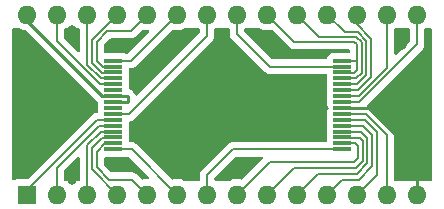
<source format=gbr>
%TF.GenerationSoftware,KiCad,Pcbnew,9.0.6*%
%TF.CreationDate,2026-01-11T12:01:31+09:00*%
%TF.ProjectId,EEPtoMASK_ROM1Mbit,45455074-6f4d-4415-934b-5f524f4d314d,rev?*%
%TF.SameCoordinates,Original*%
%TF.FileFunction,Copper,L1,Top*%
%TF.FilePolarity,Positive*%
%FSLAX46Y46*%
G04 Gerber Fmt 4.6, Leading zero omitted, Abs format (unit mm)*
G04 Created by KiCad (PCBNEW 9.0.6) date 2026-01-11 12:01:31*
%MOMM*%
%LPD*%
G01*
G04 APERTURE LIST*
G04 Aperture macros list*
%AMRoundRect*
0 Rectangle with rounded corners*
0 $1 Rounding radius*
0 $2 $3 $4 $5 $6 $7 $8 $9 X,Y pos of 4 corners*
0 Add a 4 corners polygon primitive as box body*
4,1,4,$2,$3,$4,$5,$6,$7,$8,$9,$2,$3,0*
0 Add four circle primitives for the rounded corners*
1,1,$1+$1,$2,$3*
1,1,$1+$1,$4,$5*
1,1,$1+$1,$6,$7*
1,1,$1+$1,$8,$9*
0 Add four rect primitives between the rounded corners*
20,1,$1+$1,$2,$3,$4,$5,0*
20,1,$1+$1,$4,$5,$6,$7,0*
20,1,$1+$1,$6,$7,$8,$9,0*
20,1,$1+$1,$8,$9,$2,$3,0*%
G04 Aperture macros list end*
%TA.AperFunction,ComponentPad*%
%ADD10R,1.600000X1.600000*%
%TD*%
%TA.AperFunction,ComponentPad*%
%ADD11O,1.600000X1.600000*%
%TD*%
%TA.AperFunction,SMDPad,CuDef*%
%ADD12RoundRect,0.075000X-0.712500X-0.075000X0.712500X-0.075000X0.712500X0.075000X-0.712500X0.075000X0*%
%TD*%
%TA.AperFunction,ViaPad*%
%ADD13C,0.800000*%
%TD*%
%TA.AperFunction,Conductor*%
%ADD14C,0.200000*%
%TD*%
%TA.AperFunction,Conductor*%
%ADD15C,0.250000*%
%TD*%
%TA.AperFunction,Conductor*%
%ADD16C,0.300000*%
%TD*%
G04 APERTURE END LIST*
D10*
%TO.P,J1,1,Pin_1*%
%TO.N,MASK_A15*%
X41910000Y-36830000D03*
D11*
%TO.P,J1,2,Pin_2*%
%TO.N,MASK_A12*%
X44450000Y-36830000D03*
%TO.P,J1,3,Pin_3*%
%TO.N,MASK_A7*%
X46990000Y-36830000D03*
%TO.P,J1,4,Pin_4*%
%TO.N,MASK_A6*%
X49530000Y-36830000D03*
%TO.P,J1,5,Pin_5*%
%TO.N,MASK_A5*%
X52070000Y-36830000D03*
%TO.P,J1,6,Pin_6*%
%TO.N,MASK_A4*%
X54610000Y-36830000D03*
%TO.P,J1,7,Pin_7*%
%TO.N,MASK_A3*%
X57150000Y-36830000D03*
%TO.P,J1,8,Pin_8*%
%TO.N,MASK_A2*%
X59690000Y-36830000D03*
%TO.P,J1,9,Pin_9*%
%TO.N,MASK_A1*%
X62230000Y-36830000D03*
%TO.P,J1,10,Pin_10*%
%TO.N,MASK_A0*%
X64770000Y-36830000D03*
%TO.P,J1,11,Pin_11*%
%TO.N,MASK_D0*%
X67310000Y-36830000D03*
%TO.P,J1,12,Pin_12*%
%TO.N,MASK_D1*%
X69850000Y-36830000D03*
%TO.P,J1,13,Pin_13*%
%TO.N,MASK_D2*%
X72390000Y-36830000D03*
%TO.P,J1,14,Pin_14*%
%TO.N,GND*%
X74930000Y-36830000D03*
%TO.P,J1,15,Pin_15*%
%TO.N,MASK_D3*%
X74930000Y-21590000D03*
%TO.P,J1,16,Pin_16*%
%TO.N,MASK_D4*%
X72390000Y-21590000D03*
%TO.P,J1,17,Pin_17*%
%TO.N,MASK_D5*%
X69850000Y-21590000D03*
%TO.P,J1,18,Pin_18*%
%TO.N,MASK_D6*%
X67310000Y-21590000D03*
%TO.P,J1,19,Pin_19*%
%TO.N,MASK_D7*%
X64770000Y-21590000D03*
%TO.P,J1,20,Pin_20*%
%TO.N,MASK_CE*%
X62230000Y-21590000D03*
%TO.P,J1,21,Pin_21*%
%TO.N,MASK_A10*%
X59690000Y-21590000D03*
%TO.P,J1,22,Pin_22*%
%TO.N,MASK_A16*%
X57150000Y-21590000D03*
%TO.P,J1,23,Pin_23*%
%TO.N,MASK_A11*%
X54610000Y-21590000D03*
%TO.P,J1,24,Pin_24*%
%TO.N,MASK_A9*%
X52070000Y-21590000D03*
%TO.P,J1,25,Pin_25*%
%TO.N,MASK_A8*%
X49530000Y-21590000D03*
%TO.P,J1,26,Pin_26*%
%TO.N,MASK_A13*%
X46990000Y-21590000D03*
%TO.P,J1,27,Pin_27*%
%TO.N,MASK_A14*%
X44450000Y-21590000D03*
%TO.P,J1,28,Pin_28*%
%TO.N,+5V*%
X41910000Y-21590000D03*
%TD*%
D12*
%TO.P,U1,1,A11*%
%TO.N,MASK_A11*%
X49225000Y-25490000D03*
%TO.P,U1,2,A9*%
%TO.N,MASK_A9*%
X49225000Y-25990000D03*
%TO.P,U1,3,A8*%
%TO.N,MASK_A8*%
X49225000Y-26490000D03*
%TO.P,U1,4,A13*%
%TO.N,MASK_A13*%
X49225000Y-26990000D03*
%TO.P,U1,5,A14*%
%TO.N,MASK_A14*%
X49225000Y-27490000D03*
%TO.P,U1,6*%
%TO.N,N/C*%
X49225000Y-27990000D03*
%TO.P,U1,7,/WE*%
%TO.N,+5V*%
X49225000Y-28490000D03*
%TO.P,U1,8,VCC*%
X49225000Y-28990000D03*
%TO.P,U1,9,NC*%
%TO.N,unconnected-(U1-NC-Pad9)*%
X49225000Y-29490000D03*
%TO.P,U1,10,A16*%
%TO.N,MASK_A16*%
X49225000Y-29990000D03*
%TO.P,U1,11,A15*%
%TO.N,MASK_A15*%
X49225000Y-30490000D03*
%TO.P,U1,12,A12*%
%TO.N,MASK_A12*%
X49225000Y-30990000D03*
%TO.P,U1,13,A7*%
%TO.N,MASK_A7*%
X49225000Y-31490000D03*
%TO.P,U1,14,A6*%
%TO.N,MASK_A6*%
X49225000Y-31990000D03*
%TO.P,U1,15,A5*%
%TO.N,MASK_A5*%
X49225000Y-32490000D03*
%TO.P,U1,16,A4*%
%TO.N,MASK_A4*%
X49225000Y-32990000D03*
%TO.P,U1,17,A3*%
%TO.N,MASK_A3*%
X68600000Y-32990000D03*
%TO.P,U1,18,A2*%
%TO.N,MASK_A2*%
X68600000Y-32490000D03*
%TO.P,U1,19,A1*%
%TO.N,MASK_A1*%
X68600000Y-31990000D03*
%TO.P,U1,20,A0*%
%TO.N,MASK_A0*%
X68600000Y-31490000D03*
%TO.P,U1,21,I/O0*%
%TO.N,MASK_D0*%
X68600000Y-30990000D03*
%TO.P,U1,22,I/O1*%
%TO.N,MASK_D1*%
X68600000Y-30490000D03*
%TO.P,U1,23,I/O2*%
%TO.N,MASK_D2*%
X68600000Y-29990000D03*
%TO.P,U1,24,GND*%
%TO.N,GND*%
X68600000Y-29490000D03*
%TO.P,U1,25,I/O3*%
%TO.N,MASK_D3*%
X68600000Y-28990000D03*
%TO.P,U1,26,I/O4*%
%TO.N,MASK_D4*%
X68600000Y-28490000D03*
%TO.P,U1,27,I/O5*%
%TO.N,MASK_D5*%
X68600000Y-27990000D03*
%TO.P,U1,28,I/O6*%
%TO.N,MASK_D6*%
X68600000Y-27490000D03*
%TO.P,U1,29,I/O7*%
%TO.N,MASK_D7*%
X68600000Y-26990000D03*
%TO.P,U1,30,/CE*%
%TO.N,MASK_CE*%
X68600000Y-26490000D03*
%TO.P,U1,31,A10*%
%TO.N,MASK_A10*%
X68600000Y-25990000D03*
%TO.P,U1,32,/OE*%
%TO.N,MASK_CE*%
X68600000Y-25490000D03*
%TD*%
D13*
%TO.N,GND*%
X52070000Y-31750000D03*
X52070000Y-26670000D03*
X59690000Y-34290000D03*
X54610000Y-24130000D03*
X54610000Y-34290000D03*
X58420000Y-29210000D03*
X45720000Y-35560000D03*
X54610000Y-29210000D03*
X62230000Y-24130000D03*
X41910000Y-29210000D03*
X41910000Y-24130000D03*
X73660000Y-24130000D03*
X58420000Y-31750000D03*
X41910000Y-34290000D03*
X45720000Y-29210000D03*
X45720000Y-22860000D03*
X58420000Y-26670000D03*
X49530000Y-34290000D03*
X66880000Y-29200000D03*
X74930000Y-29210000D03*
X49530000Y-24130000D03*
X62230000Y-29210000D03*
%TD*%
D14*
%TO.N,MASK_A15*%
X47859000Y-30500000D02*
X49312500Y-30500000D01*
X41910000Y-36830000D02*
X41910000Y-36449000D01*
X41910000Y-36449000D02*
X47859000Y-30500000D01*
%TO.N,MASK_A12*%
X44450000Y-36830000D02*
X44450000Y-34544000D01*
X47994000Y-31000000D02*
X49312500Y-31000000D01*
X44450000Y-34544000D02*
X47994000Y-31000000D01*
%TO.N,MASK_A7*%
X46990000Y-32639000D02*
X48129000Y-31500000D01*
X48129000Y-31500000D02*
X49312500Y-31500000D01*
X46990000Y-36830000D02*
X46990000Y-32639000D01*
%TO.N,MASK_A6*%
X47390000Y-34690000D02*
X47390000Y-32874000D01*
X49530000Y-36830000D02*
X47390000Y-34690000D01*
X48264000Y-32000000D02*
X49312500Y-32000000D01*
X47390000Y-32874000D02*
X48264000Y-32000000D01*
%TO.N,MASK_A5*%
X48494670Y-32500000D02*
X49312500Y-32500000D01*
X52070000Y-36830000D02*
X50800000Y-35560000D01*
X47790000Y-34524314D02*
X47790000Y-33204670D01*
X48825686Y-35560000D02*
X47790000Y-34524314D01*
X47790000Y-33204670D02*
X48494670Y-32500000D01*
X50800000Y-35560000D02*
X48825686Y-35560000D01*
%TO.N,MASK_A4*%
X54610000Y-36830000D02*
X50780000Y-33000000D01*
X50780000Y-33000000D02*
X49312500Y-33000000D01*
%TO.N,MASK_A3*%
X59329000Y-33000000D02*
X68687500Y-33000000D01*
X57150000Y-35179000D02*
X59329000Y-33000000D01*
X57150000Y-36830000D02*
X57150000Y-35179000D01*
%TO.N,MASK_A2*%
X59690000Y-36830000D02*
X62484000Y-34036000D01*
X69920000Y-32709000D02*
X69711000Y-32500000D01*
X69596000Y-34036000D02*
X69920000Y-33712000D01*
X62484000Y-34036000D02*
X69596000Y-34036000D01*
X69711000Y-32500000D02*
X68687500Y-32500000D01*
X69920000Y-33712000D02*
X69920000Y-32709000D01*
%TO.N,MASK_A1*%
X69723000Y-34544000D02*
X70320000Y-33947000D01*
X70062000Y-32000000D02*
X68687500Y-32000000D01*
X62230000Y-36830000D02*
X64516000Y-34544000D01*
X70320000Y-33947000D02*
X70320000Y-32258000D01*
X64516000Y-34544000D02*
X69723000Y-34544000D01*
X70320000Y-32258000D02*
X70062000Y-32000000D01*
%TO.N,MASK_A0*%
X70720000Y-34182000D02*
X70720000Y-32004000D01*
X70216000Y-31500000D02*
X68687500Y-31500000D01*
X64770000Y-36830000D02*
X66548000Y-35052000D01*
X69850000Y-35052000D02*
X70720000Y-34182000D01*
X70720000Y-32004000D02*
X70216000Y-31500000D01*
X66548000Y-35052000D02*
X69850000Y-35052000D01*
%TO.N,MASK_D0*%
X71120000Y-31750000D02*
X70370000Y-31000000D01*
X71120000Y-34417000D02*
X71120000Y-31750000D01*
X69977000Y-35560000D02*
X71120000Y-34417000D01*
X67310000Y-36830000D02*
X68580000Y-35560000D01*
X68580000Y-35560000D02*
X69977000Y-35560000D01*
X70370000Y-31000000D02*
X68687500Y-31000000D01*
%TO.N,MASK_D1*%
X71520000Y-35160000D02*
X71520000Y-31520000D01*
X69850000Y-36830000D02*
X71520000Y-35160000D01*
X71520000Y-31520000D02*
X70500000Y-30500000D01*
X70500000Y-30500000D02*
X68687500Y-30500000D01*
%TO.N,MASK_D2*%
X70565686Y-30000000D02*
X68687500Y-30000000D01*
X72390000Y-31824314D02*
X70565686Y-30000000D01*
X72390000Y-36830000D02*
X72390000Y-31824314D01*
D15*
%TO.N,GND*%
X70902000Y-29500000D02*
X68687500Y-29500000D01*
X74930000Y-36830000D02*
X74930000Y-33528000D01*
X74930000Y-33528000D02*
X70902000Y-29500000D01*
D14*
%TO.N,MASK_D3*%
X74930000Y-21590000D02*
X74930000Y-24111486D01*
X70041486Y-29000000D02*
X68687500Y-29000000D01*
X74930000Y-24111486D02*
X70041486Y-29000000D01*
%TO.N,MASK_D4*%
X72390000Y-21590000D02*
X72390000Y-26085800D01*
X72390000Y-26085800D02*
X69975800Y-28500000D01*
X69975800Y-28500000D02*
X68687500Y-28500000D01*
%TO.N,MASK_D5*%
X69850000Y-22428200D02*
X71039000Y-23617200D01*
X71039000Y-23617200D02*
X71039000Y-26866371D01*
X71039000Y-26866371D02*
X69905371Y-28000000D01*
X69850000Y-21590000D02*
X69850000Y-22428200D01*
X69905371Y-28000000D02*
X68687500Y-28000000D01*
%TO.N,MASK_D6*%
X68796000Y-23076000D02*
X69927372Y-23076000D01*
X67310000Y-21590000D02*
X68796000Y-23076000D01*
X69839686Y-27500000D02*
X68687500Y-27500000D01*
X69927372Y-23076000D02*
X70639000Y-23787629D01*
X70639000Y-26700685D02*
X69839686Y-27500000D01*
X70639000Y-23787629D02*
X70639000Y-26700685D01*
%TO.N,MASK_D7*%
X69774000Y-27000000D02*
X68687500Y-27000000D01*
X70239000Y-23953314D02*
X70239000Y-26535000D01*
X69761686Y-23476000D02*
X70239000Y-23953314D01*
X64770000Y-21590000D02*
X66656000Y-23476000D01*
X66656000Y-23476000D02*
X69761686Y-23476000D01*
X70239000Y-26535000D02*
X69774000Y-27000000D01*
%TO.N,MASK_CE*%
X69839000Y-25500000D02*
X69839000Y-26278000D01*
X64516000Y-23876000D02*
X69596000Y-23876000D01*
X69839000Y-24119000D02*
X69839000Y-25500000D01*
X69596000Y-23876000D02*
X69839000Y-24119000D01*
X69839000Y-25500000D02*
X68687500Y-25500000D01*
X62230000Y-21590000D02*
X64516000Y-23876000D01*
X69617000Y-26500000D02*
X68687500Y-26500000D01*
X69839000Y-26278000D02*
X69617000Y-26500000D01*
%TO.N,MASK_A10*%
X62449000Y-26000000D02*
X68687500Y-26000000D01*
X59690000Y-21590000D02*
X59690000Y-23241000D01*
X59690000Y-23241000D02*
X62449000Y-26000000D01*
%TO.N,MASK_A16*%
X57150000Y-21590000D02*
X57150000Y-23368000D01*
X50518000Y-30000000D02*
X49312500Y-30000000D01*
X57150000Y-23368000D02*
X50518000Y-30000000D01*
%TO.N,MASK_A11*%
X50700000Y-25500000D02*
X49312500Y-25500000D01*
X54610000Y-21590000D02*
X50700000Y-25500000D01*
%TO.N,MASK_A9*%
X47790000Y-23895686D02*
X48698686Y-22987000D01*
X49225000Y-26010000D02*
X48301372Y-26010000D01*
X47790000Y-25498628D02*
X47790000Y-23895686D01*
X48301372Y-26010000D02*
X47790000Y-25498628D01*
X48698686Y-22987000D02*
X50673000Y-22987000D01*
X50673000Y-22987000D02*
X52070000Y-21590000D01*
%TO.N,MASK_A8*%
X47390000Y-25664314D02*
X48235686Y-26510000D01*
X48235686Y-26510000D02*
X49225000Y-26510000D01*
X47390000Y-23730000D02*
X47390000Y-25664314D01*
X49530000Y-21590000D02*
X47390000Y-23730000D01*
%TO.N,MASK_A13*%
X48160000Y-27000000D02*
X46990000Y-25830000D01*
X49312500Y-27000000D02*
X48160000Y-27000000D01*
X46990000Y-25830000D02*
X46990000Y-21590000D01*
%TO.N,MASK_A14*%
X49312500Y-27500000D02*
X48094314Y-27500000D01*
X44450000Y-23855686D02*
X44450000Y-21590000D01*
X48094314Y-27500000D02*
X44450000Y-23855686D01*
D15*
%TO.N,+5V*%
X48286600Y-28500000D02*
X49312500Y-28500000D01*
X50420000Y-28510000D02*
X50420000Y-29000000D01*
X41910000Y-22123400D02*
X48286600Y-28500000D01*
X49225000Y-28510000D02*
X50420000Y-28510000D01*
X41910000Y-21590000D02*
X41910000Y-22123400D01*
D16*
X49235000Y-29000000D02*
X49225000Y-29010000D01*
D15*
X50420000Y-29000000D02*
X49235000Y-29000000D01*
%TD*%
%TA.AperFunction,Conductor*%
%TO.N,GND*%
G36*
X46299532Y-33659183D02*
G01*
X46356368Y-33701730D01*
X46381179Y-33768250D01*
X46381500Y-33777239D01*
X46381500Y-35561000D01*
X46361498Y-35629121D01*
X46307842Y-35675614D01*
X46255500Y-35687000D01*
X45184500Y-35687000D01*
X45116379Y-35666998D01*
X45069886Y-35613342D01*
X45058500Y-35561000D01*
X45058500Y-34848239D01*
X45078502Y-34780118D01*
X45095405Y-34759144D01*
X46166405Y-33688144D01*
X46228717Y-33654118D01*
X46299532Y-33659183D01*
G37*
%TD.AperFunction*%
%TA.AperFunction,Conductor*%
G36*
X59023621Y-22753002D02*
G01*
X59070114Y-22806658D01*
X59081500Y-22859000D01*
X59081500Y-23321111D01*
X59099712Y-23389078D01*
X59100072Y-23390422D01*
X59100077Y-23390442D01*
X59122967Y-23475870D01*
X59122970Y-23475877D01*
X59203075Y-23614623D01*
X59203083Y-23614633D01*
X62075365Y-26486915D01*
X62075370Y-26486919D01*
X62075372Y-26486921D01*
X62214127Y-26567032D01*
X62291508Y-26587766D01*
X62368889Y-26608500D01*
X62368890Y-26608500D01*
X62529110Y-26608500D01*
X67194193Y-26608500D01*
X67194942Y-26608720D01*
X67195694Y-26608509D01*
X67228944Y-26618703D01*
X67262314Y-26628502D01*
X67262825Y-26629092D01*
X67263572Y-26629321D01*
X67286027Y-26655869D01*
X67308807Y-26682158D01*
X67309086Y-26683129D01*
X67309422Y-26683527D01*
X67319115Y-26718056D01*
X67319839Y-26723556D01*
X67319839Y-26756446D01*
X67304000Y-26876753D01*
X67304000Y-27103246D01*
X67319839Y-27223554D01*
X67319839Y-27256446D01*
X67304000Y-27376753D01*
X67304000Y-27603246D01*
X67319839Y-27723554D01*
X67319839Y-27756446D01*
X67304000Y-27876753D01*
X67304000Y-28103246D01*
X67319839Y-28223554D01*
X67319839Y-28256446D01*
X67304000Y-28376753D01*
X67304000Y-28603246D01*
X67319839Y-28723554D01*
X67319839Y-28756446D01*
X67304000Y-28876753D01*
X67304000Y-29103246D01*
X67317521Y-29205951D01*
X67317521Y-29205953D01*
X67319019Y-29217324D01*
X67377814Y-29359268D01*
X67409080Y-29400015D01*
X67409082Y-29400018D01*
X67419271Y-29413296D01*
X67444872Y-29479516D01*
X67430608Y-29549065D01*
X67419271Y-29566704D01*
X67400855Y-29590704D01*
X67343517Y-29632571D01*
X67310868Y-29638261D01*
X67309343Y-29640000D01*
X67320091Y-29721638D01*
X67320091Y-29754531D01*
X67304000Y-29876753D01*
X67304000Y-30103246D01*
X67319839Y-30223554D01*
X67319839Y-30256446D01*
X67304000Y-30376753D01*
X67304000Y-30603246D01*
X67319839Y-30723554D01*
X67319839Y-30756446D01*
X67304000Y-30876753D01*
X67304000Y-31103246D01*
X67319839Y-31223554D01*
X67319839Y-31256446D01*
X67304000Y-31376753D01*
X67304000Y-31603246D01*
X67319839Y-31723554D01*
X67319839Y-31756446D01*
X67304000Y-31876753D01*
X67304000Y-32103246D01*
X67319839Y-32223554D01*
X67319839Y-32256446D01*
X67316482Y-32281946D01*
X67287760Y-32346873D01*
X67228495Y-32385965D01*
X67191560Y-32391500D01*
X59248888Y-32391500D01*
X59171508Y-32412233D01*
X59171508Y-32412234D01*
X59094131Y-32432967D01*
X59094127Y-32432968D01*
X59094122Y-32432970D01*
X58955375Y-32513076D01*
X58955365Y-32513084D01*
X56663083Y-34805366D01*
X56663075Y-34805376D01*
X56582967Y-34944128D01*
X56575528Y-34971887D01*
X56575529Y-34971888D01*
X56541500Y-35098888D01*
X56541500Y-35561000D01*
X56521498Y-35629121D01*
X56467842Y-35675614D01*
X56415500Y-35687000D01*
X55279204Y-35687000D01*
X55222001Y-35673267D01*
X55218498Y-35671482D01*
X55112290Y-35617366D01*
X55112287Y-35617365D01*
X55112285Y-35617364D01*
X54916412Y-35553721D01*
X54916410Y-35553720D01*
X54916408Y-35553720D01*
X54712981Y-35521500D01*
X54507019Y-35521500D01*
X54303592Y-35553720D01*
X54303586Y-35553721D01*
X54294512Y-35556670D01*
X54223545Y-35558698D01*
X54166481Y-35525932D01*
X51153633Y-32513083D01*
X51153623Y-32513075D01*
X51014877Y-32432970D01*
X51014874Y-32432969D01*
X51014873Y-32432968D01*
X51014871Y-32432967D01*
X51014870Y-32432967D01*
X50937491Y-32412234D01*
X50937487Y-32412233D01*
X50860111Y-32391500D01*
X50860109Y-32391500D01*
X50633440Y-32391500D01*
X50632693Y-32391280D01*
X50631945Y-32391491D01*
X50598705Y-32381301D01*
X50565319Y-32371498D01*
X50564809Y-32370909D01*
X50564066Y-32370682D01*
X50541594Y-32344118D01*
X50518826Y-32317842D01*
X50518548Y-32316875D01*
X50518213Y-32316479D01*
X50508518Y-32281950D01*
X50505981Y-32262676D01*
X50505979Y-32262672D01*
X50505160Y-32256450D01*
X50505160Y-32223553D01*
X50505979Y-32217327D01*
X50505981Y-32217324D01*
X50521000Y-32103244D01*
X50521000Y-31876756D01*
X50505981Y-31762676D01*
X50505979Y-31762672D01*
X50505160Y-31756447D01*
X50505160Y-31723553D01*
X50505979Y-31717327D01*
X50505981Y-31717324D01*
X50521000Y-31603244D01*
X50521000Y-31376756D01*
X50505981Y-31262676D01*
X50505979Y-31262672D01*
X50505160Y-31256447D01*
X50505160Y-31223553D01*
X50505979Y-31217327D01*
X50505981Y-31217324D01*
X50521000Y-31103244D01*
X50521000Y-30876756D01*
X50505981Y-30762676D01*
X50505979Y-30762672D01*
X50505160Y-30756447D01*
X50505161Y-30723543D01*
X50505979Y-30717326D01*
X50505981Y-30717324D01*
X50506475Y-30713567D01*
X50535204Y-30648644D01*
X50594472Y-30609558D01*
X50598764Y-30608324D01*
X50675491Y-30587766D01*
X50752873Y-30567032D01*
X50891627Y-30486922D01*
X57636921Y-23741628D01*
X57717032Y-23602873D01*
X57743796Y-23502986D01*
X57758500Y-23448111D01*
X57758500Y-22859000D01*
X57778502Y-22790879D01*
X57832158Y-22744386D01*
X57884500Y-22733000D01*
X58955500Y-22733000D01*
X59023621Y-22753002D01*
G37*
%TD.AperFunction*%
%TA.AperFunction,Conductor*%
G36*
X61814882Y-33628502D02*
G01*
X61861375Y-33682158D01*
X61871479Y-33752432D01*
X61841985Y-33817012D01*
X61835870Y-33823579D01*
X60506950Y-35152500D01*
X60133518Y-35525932D01*
X60071206Y-35559957D01*
X60005492Y-35556671D01*
X59996411Y-35553721D01*
X59996408Y-35553720D01*
X59792981Y-35521500D01*
X59587019Y-35521500D01*
X59383592Y-35553720D01*
X59383590Y-35553720D01*
X59383587Y-35553721D01*
X59187714Y-35617364D01*
X59187710Y-35617366D01*
X59090303Y-35666998D01*
X59077999Y-35673267D01*
X59020796Y-35687000D01*
X57884500Y-35687000D01*
X57875674Y-35684408D01*
X57866568Y-35685718D01*
X57842142Y-35674562D01*
X57816379Y-35666998D01*
X57810354Y-35660044D01*
X57801988Y-35656224D01*
X57787473Y-35633638D01*
X57769886Y-35613342D01*
X57767561Y-35602655D01*
X57763604Y-35596498D01*
X57758500Y-35561000D01*
X57758500Y-35483239D01*
X57778502Y-35415118D01*
X57795405Y-35394144D01*
X59544144Y-33645405D01*
X59606456Y-33611379D01*
X59633239Y-33608500D01*
X61746761Y-33608500D01*
X61814882Y-33628502D01*
G37*
%TD.AperFunction*%
%TA.AperFunction,Conductor*%
G36*
X76142121Y-22753002D02*
G01*
X76188614Y-22806658D01*
X76200000Y-22859000D01*
X76200000Y-35561000D01*
X76179998Y-35629121D01*
X76126342Y-35675614D01*
X76074000Y-35687000D01*
X73124500Y-35687000D01*
X73056379Y-35666998D01*
X73009886Y-35613342D01*
X72998500Y-35561000D01*
X72998500Y-31744204D01*
X72992967Y-31723553D01*
X72957032Y-31589442D01*
X72957030Y-31589439D01*
X72957030Y-31589437D01*
X72904725Y-31498843D01*
X72876924Y-31450690D01*
X72876916Y-31450680D01*
X70939319Y-29513083D01*
X70939309Y-29513075D01*
X70800563Y-29432970D01*
X70800560Y-29432969D01*
X70800559Y-29432968D01*
X70800557Y-29432967D01*
X70800556Y-29432967D01*
X70783561Y-29428413D01*
X70749918Y-29419399D01*
X70689297Y-29382448D01*
X70658276Y-29318588D01*
X70666704Y-29248093D01*
X70693433Y-29208601D01*
X75416922Y-24485113D01*
X75497032Y-24346358D01*
X75510249Y-24297032D01*
X75538500Y-24191597D01*
X75538500Y-22859000D01*
X75558502Y-22790879D01*
X75612158Y-22744386D01*
X75664500Y-22733000D01*
X76074000Y-22733000D01*
X76142121Y-22753002D01*
G37*
%TD.AperFunction*%
%TA.AperFunction,Conductor*%
G36*
X41297998Y-22746732D02*
G01*
X41407710Y-22802634D01*
X41603592Y-22866280D01*
X41745407Y-22888740D01*
X41809558Y-22919152D01*
X41814790Y-22924094D01*
X47882763Y-28992068D01*
X47882931Y-28992206D01*
X47882995Y-28992300D01*
X47887144Y-28996449D01*
X47886357Y-28997235D01*
X47900015Y-29017284D01*
X47919170Y-29040817D01*
X47920482Y-29047329D01*
X47922902Y-29050882D01*
X47928210Y-29075523D01*
X47929000Y-29082546D01*
X47929000Y-29103244D01*
X47944019Y-29217324D01*
X47944213Y-29217793D01*
X47945127Y-29225916D01*
X47944839Y-29227558D01*
X47944839Y-29256446D01*
X47929000Y-29376753D01*
X47929000Y-29603246D01*
X47944839Y-29723554D01*
X47944839Y-29756446D01*
X47941482Y-29781946D01*
X47912760Y-29846873D01*
X47853495Y-29885965D01*
X47816560Y-29891500D01*
X47778889Y-29891500D01*
X47695955Y-29913722D01*
X47624130Y-29932967D01*
X47624123Y-29932970D01*
X47488648Y-30011187D01*
X47486080Y-30012569D01*
X47485366Y-30013083D01*
X42013856Y-35484595D01*
X41951544Y-35518621D01*
X41924761Y-35521500D01*
X41061350Y-35521500D01*
X41000803Y-35528009D01*
X41000795Y-35528011D01*
X40863797Y-35579110D01*
X40863792Y-35579113D01*
X40841509Y-35595794D01*
X40774988Y-35620605D01*
X40705614Y-35605513D01*
X40655412Y-35555311D01*
X40640000Y-35494926D01*
X40640000Y-22859000D01*
X40660002Y-22790879D01*
X40713658Y-22744386D01*
X40766000Y-22733000D01*
X41240796Y-22733000D01*
X41297998Y-22746732D01*
G37*
%TD.AperFunction*%
%TA.AperFunction,Conductor*%
G36*
X50543882Y-33628502D02*
G01*
X50564856Y-33645405D01*
X52225856Y-35306405D01*
X52259882Y-35368717D01*
X52254817Y-35439532D01*
X52212270Y-35496368D01*
X52145750Y-35521179D01*
X52136761Y-35521500D01*
X51967019Y-35521500D01*
X51763592Y-35553720D01*
X51763586Y-35553721D01*
X51754504Y-35556672D01*
X51683537Y-35558694D01*
X51626481Y-35525931D01*
X51173633Y-35073083D01*
X51173623Y-35073075D01*
X51034877Y-34992970D01*
X51034875Y-34992969D01*
X51034873Y-34992968D01*
X50956204Y-34971889D01*
X50956203Y-34971888D01*
X50900499Y-34956962D01*
X50880111Y-34951500D01*
X50880110Y-34951500D01*
X49129925Y-34951500D01*
X49061804Y-34931498D01*
X49040830Y-34914595D01*
X48435405Y-34309170D01*
X48401379Y-34246858D01*
X48398500Y-34220075D01*
X48398500Y-33774500D01*
X48418502Y-33706379D01*
X48472158Y-33659886D01*
X48524500Y-33648500D01*
X49975737Y-33648500D01*
X49975744Y-33648500D01*
X50089824Y-33633481D01*
X50116678Y-33622357D01*
X50126980Y-33618091D01*
X50175197Y-33608500D01*
X50475761Y-33608500D01*
X50543882Y-33628502D01*
G37*
%TD.AperFunction*%
%TA.AperFunction,Conductor*%
G36*
X56483621Y-22753002D02*
G01*
X56530114Y-22806658D01*
X56541500Y-22859000D01*
X56541500Y-23063761D01*
X56521498Y-23131882D01*
X56504595Y-23152856D01*
X51246124Y-28411326D01*
X51183812Y-28445352D01*
X51112997Y-28440287D01*
X51056161Y-28397740D01*
X51033450Y-28346810D01*
X51029155Y-28325215D01*
X50981400Y-28209925D01*
X50912071Y-28106167D01*
X50823833Y-28017929D01*
X50720075Y-27948600D01*
X50604785Y-27900845D01*
X50604781Y-27900844D01*
X50598869Y-27899051D01*
X50599683Y-27896365D01*
X50588875Y-27890680D01*
X50565765Y-27883595D01*
X50558033Y-27874455D01*
X50547437Y-27868881D01*
X50535523Y-27847844D01*
X50519913Y-27829391D01*
X50514840Y-27811324D01*
X50512450Y-27807104D01*
X50510219Y-27794873D01*
X50505981Y-27762676D01*
X50505979Y-27762672D01*
X50505160Y-27756449D01*
X50505160Y-27723553D01*
X50505979Y-27717327D01*
X50505981Y-27717324D01*
X50521000Y-27603244D01*
X50521000Y-27376756D01*
X50505981Y-27262676D01*
X50505979Y-27262672D01*
X50505160Y-27256447D01*
X50505160Y-27223553D01*
X50505979Y-27217327D01*
X50505981Y-27217324D01*
X50521000Y-27103244D01*
X50521000Y-26876756D01*
X50505981Y-26762676D01*
X50505979Y-26762672D01*
X50505160Y-26756447D01*
X50505160Y-26723553D01*
X50505979Y-26717327D01*
X50505981Y-26717324D01*
X50521000Y-26603244D01*
X50521000Y-26376756D01*
X50505981Y-26262676D01*
X50505979Y-26262672D01*
X50505160Y-26256447D01*
X50505163Y-26223533D01*
X50505888Y-26218033D01*
X50534621Y-26153111D01*
X50593892Y-26114029D01*
X50630807Y-26108500D01*
X50780110Y-26108500D01*
X50780111Y-26108500D01*
X50857491Y-26087766D01*
X50934873Y-26067032D01*
X51073627Y-25986922D01*
X54166482Y-22894064D01*
X54228791Y-22860042D01*
X54294516Y-22863331D01*
X54303592Y-22866280D01*
X54507019Y-22898500D01*
X54507022Y-22898500D01*
X54712978Y-22898500D01*
X54712981Y-22898500D01*
X54916408Y-22866280D01*
X55112290Y-22802634D01*
X55222001Y-22746732D01*
X55279204Y-22733000D01*
X56415500Y-22733000D01*
X56483621Y-22753002D01*
G37*
%TD.AperFunction*%
%TA.AperFunction,Conductor*%
G36*
X61574009Y-22736172D02*
G01*
X61584052Y-22735165D01*
X61617997Y-22746732D01*
X61727710Y-22802634D01*
X61923592Y-22866280D01*
X62127019Y-22898500D01*
X62127022Y-22898500D01*
X62332978Y-22898500D01*
X62332981Y-22898500D01*
X62536408Y-22866280D01*
X62537363Y-22865969D01*
X62545485Y-22863331D01*
X62616453Y-22861302D01*
X62673519Y-22894068D01*
X64142365Y-24362915D01*
X64142370Y-24362919D01*
X64142372Y-24362921D01*
X64281127Y-24443032D01*
X64354597Y-24462718D01*
X64435889Y-24484500D01*
X64435890Y-24484500D01*
X64596110Y-24484500D01*
X69104500Y-24484500D01*
X69113325Y-24487091D01*
X69122432Y-24485782D01*
X69146857Y-24496937D01*
X69172621Y-24504502D01*
X69178645Y-24511455D01*
X69187012Y-24515276D01*
X69201526Y-24537861D01*
X69219114Y-24558158D01*
X69221438Y-24568844D01*
X69225396Y-24575002D01*
X69230500Y-24610500D01*
X69230500Y-24705500D01*
X69210498Y-24773621D01*
X69156842Y-24820114D01*
X69104500Y-24831500D01*
X67849253Y-24831500D01*
X67735177Y-24846518D01*
X67593233Y-24905313D01*
X67593225Y-24905318D01*
X67471342Y-24998842D01*
X67377818Y-25120725D01*
X67377813Y-25120733D01*
X67319018Y-25262677D01*
X67316482Y-25281947D01*
X67287759Y-25346874D01*
X67228494Y-25385965D01*
X67191560Y-25391500D01*
X62753239Y-25391500D01*
X62685118Y-25371498D01*
X62664144Y-25354595D01*
X60335405Y-23025856D01*
X60301379Y-22963544D01*
X60298500Y-22936761D01*
X60298500Y-22859000D01*
X60318502Y-22790879D01*
X60372158Y-22744386D01*
X60424500Y-22733000D01*
X61560796Y-22733000D01*
X61574009Y-22736172D01*
G37*
%TD.AperFunction*%
%TA.AperFunction,Conductor*%
G36*
X74263621Y-22753002D02*
G01*
X74310114Y-22806658D01*
X74321500Y-22859000D01*
X74321500Y-23807247D01*
X74301498Y-23875368D01*
X74284595Y-23896342D01*
X73213595Y-24967342D01*
X73151283Y-25001368D01*
X73080468Y-24996303D01*
X73023632Y-24953756D01*
X72998821Y-24887236D01*
X72998500Y-24878247D01*
X72998500Y-22859000D01*
X73018502Y-22790879D01*
X73072158Y-22744386D01*
X73124500Y-22733000D01*
X74195500Y-22733000D01*
X74263621Y-22753002D01*
G37*
%TD.AperFunction*%
%TA.AperFunction,Conductor*%
G36*
X51754511Y-22863330D02*
G01*
X51760404Y-22865244D01*
X51763586Y-22866278D01*
X51763588Y-22866278D01*
X51763592Y-22866280D01*
X51967019Y-22898500D01*
X51967022Y-22898500D01*
X52136761Y-22898500D01*
X52204882Y-22918502D01*
X52251375Y-22972158D01*
X52261479Y-23042432D01*
X52231985Y-23107012D01*
X52225856Y-23113595D01*
X50484856Y-24854595D01*
X50457487Y-24869539D01*
X50431259Y-24886396D01*
X50424960Y-24887301D01*
X50422544Y-24888621D01*
X50395761Y-24891500D01*
X50223481Y-24891500D01*
X50175263Y-24881909D01*
X50089822Y-24846518D01*
X49975746Y-24831500D01*
X49975744Y-24831500D01*
X48524500Y-24831500D01*
X48456379Y-24811498D01*
X48409886Y-24757842D01*
X48398500Y-24705500D01*
X48398500Y-24199924D01*
X48418502Y-24131803D01*
X48435405Y-24110829D01*
X48913829Y-23632405D01*
X48976141Y-23598379D01*
X49002924Y-23595500D01*
X50753109Y-23595500D01*
X50753110Y-23595500D01*
X50753111Y-23595500D01*
X50874698Y-23562921D01*
X50907873Y-23554032D01*
X51046627Y-23473922D01*
X51626481Y-22894066D01*
X51688792Y-22860043D01*
X51754511Y-22863330D01*
G37*
%TD.AperFunction*%
%TA.AperFunction,Conductor*%
G36*
X46323621Y-22753002D02*
G01*
X46370114Y-22806658D01*
X46381500Y-22859000D01*
X46381500Y-24622447D01*
X46361498Y-24690568D01*
X46307842Y-24737061D01*
X46237568Y-24747165D01*
X46172988Y-24717671D01*
X46166405Y-24711542D01*
X45095405Y-23640542D01*
X45061379Y-23578230D01*
X45058500Y-23551447D01*
X45058500Y-22859000D01*
X45078502Y-22790879D01*
X45132158Y-22744386D01*
X45184500Y-22733000D01*
X46255500Y-22733000D01*
X46323621Y-22753002D01*
G37*
%TD.AperFunction*%
%TD*%
M02*

</source>
